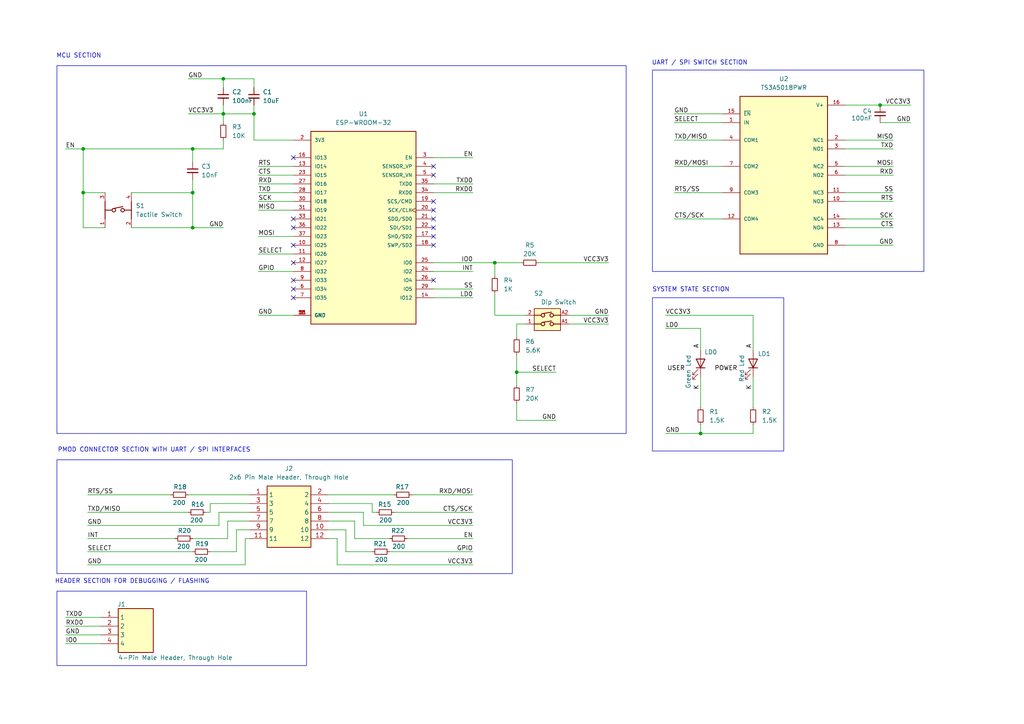
<source format=kicad_sch>
(kicad_sch (version 20231120) (generator "eeschema") (generator_version "8.0")
  (paper "A4")
  (title_block (title "PMOD ESP32 PROJECT SCHEMATIC") (date "2024-11-11") (rev "0.2"))
  (lib_symbols
    (symbol "418121270802:418121270802" (pin_names (offset 1.016))
      (property "Reference" "S" (at 2.54 2.54 0))
      (symbol "418121270802_0_0"
        (rectangle (start -4.445 -2.54) (end 1.905 5.08) (stroke (width 0.2)) (fill (type background)))
        (circle (center -2.54 0) (radius 0.508) (stroke (width 0.254)))
        (circle (center -2.54 2.54) (radius 0.508) (stroke (width 0.254)))
        (polyline (pts (xy -2.54 -2.54) (xy -2.54 -0.535)) (stroke (width 0.254)))
        (polyline (pts (xy -2.54 5.08) (xy -2.54 3.075)) (stroke (width 0.254)))
        (polyline (pts (xy -2.04 -0.03) (xy -1.64 2.47)) (stroke (width 0.254)))
        (polyline (pts (xy 0 -2.54) (xy 0 -0.535)) (stroke (width 0.254)))
        (polyline (pts (xy 0 5.08) (xy 0 3.075)) (stroke (width 0.254)))
        (polyline (pts (xy 0.5 -0.03) (xy 0.9 2.47)) (stroke (width 0.254)))
        (circle (center 0 0) (radius 0.508) (stroke (width 0.254)))
        (circle (center 0 2.54) (radius 0.508) (stroke (width 0.254)))
        (pin passive line (at -2.54 -5.08 90) (length 2.54) (name "~") (number "1"))
        (pin passive line (at 0 -5.08 90) (length 2.54) (name "~") (number "2"))
        (pin passive line (at -2.54 7.62 270) (length 2.54) (name "~") (number "A1"))
        (pin passive line (at 0 7.62 270) (length 2.54) (name "~") (number "A2"))
      )
    )
    (symbol "430182050816:430182050816" (pin_names (offset 1.016))
      (property "Reference" "S" (at 0 5.842 0))
      (symbol "430182050816_0_0"
        (polyline (pts (xy 0 -2.54) (xy -2.54 -2.54)) (stroke (width 0.254)))
        (polyline (pts (xy 0 -2.54) (xy 0 -0.635)) (stroke (width 0.254)))
        (polyline (pts (xy 0 3.175) (xy 0 5.08)) (stroke (width 0.254)))
        (polyline (pts (xy 0 5.08) (xy -2.54 5.08)) (stroke (width 0.254)))
        (polyline (pts (xy 0.47 2.74) (xy 1.04 -0.07)) (stroke (width 0.254)))
        (polyline (pts (xy 2.54 -2.54) (xy 0 -2.54)) (stroke (width 0.254)))
        (polyline (pts (xy 2.54 5.08) (xy 0 5.08)) (stroke (width 0.254)))
        (circle (center 0 0) (radius 0.508) (stroke (width 0.254)))
        (circle (center 0 2.54) (radius 0.508) (stroke (width 0.254)))
        (pin passive line (at -5.08 5.08 0) (length 2.54) (name "~") (number "1"))
        (pin passive line (at -5.08 -2.54 0) (length 2.54) (name "~") (number "2"))
        (pin passive line (at 5.08 5.08 180) (length 2.54) (name "~") (number "3"))
        (pin passive line (at 5.08 -2.54 180) (length 2.54) (name "~") (number "4"))
      )
    )
    (symbol "68001-204HLF:68001-204HLF"
      (property "Reference" "J" (at 16.51 7.62 0))
      (property "Value" "68001-204HLF" (at 16.51 5.08 0))
      (symbol "68001-204HLF_1_1"
        (rectangle (start 5.08 2.54) (end 15.24 -10.16) (stroke (width 0.254)) (fill (type background)))
        (pin passive line (at 0 0 0) (length 5.08) (name "1") (number "1"))
        (pin passive line (at 0 -2.54 0) (length 5.08) (name "2") (number "2"))
        (pin passive line (at 0 -5.08 0) (length 5.08) (name "3") (number "3"))
        (pin passive line (at 0 -7.62 0) (length 5.08) (name "4") (number "4"))
      )
    )
    (symbol "Device:C_Small" (pin_numbers hide) (pin_names (offset 0.254) hide)
      (property "Reference" "C" (at 0.254 1.778 0))
      (property "Value" "C_Small" (at 0.254 -2.032 0))
      (symbol "C_Small_0_1"
        (polyline (pts (xy -1.524 -0.508) (xy 1.524 -0.508)) (stroke (width 0.3302)))
        (polyline (pts (xy -1.524 0.508) (xy 1.524 0.508)) (stroke (width 0.3048)))
      )
      (symbol "C_Small_1_1"
        (pin passive line (at 0 2.54 270) (length 2.032) (name "~") (number "1"))
        (pin passive line (at 0 -2.54 90) (length 2.032) (name "~") (number "2"))
      )
    )
    (symbol "Device:LED" (pin_numbers hide) (pin_names (offset 1.016) hide)
      (property "Reference" "D" (at 0 2.54 0))
      (property "Value" "LED" (at 0 -2.54 0))
      (symbol "LED_0_1"
        (polyline (pts (xy -1.27 -1.27) (xy -1.27 1.27)) (stroke (width 0.254)))
        (polyline (pts (xy -1.27 0) (xy 1.27 0)))
        (polyline (pts (xy 1.27 -1.27) (xy 1.27 1.27) (xy -1.27 0) (xy 1.27 -1.27)) (stroke (width 0.254)))
        (polyline (pts (xy -3.048 -0.762) (xy -4.572 -2.286) (xy -3.81 -2.286) (xy -4.572 -2.286) (xy -4.572 -1.524)))
        (polyline (pts (xy -1.778 -0.762) (xy -3.302 -2.286) (xy -2.54 -2.286) (xy -3.302 -2.286) (xy -3.302 -1.524)))
      )
      (symbol "LED_1_1"
        (pin passive line (at -3.81 0 0) (length 2.54) (name "K") (number "1"))
        (pin passive line (at 3.81 0 180) (length 2.54) (name "A") (number "2"))
      )
    )
    (symbol "Device:R_Small" (pin_numbers hide) (pin_names (offset 0.254) hide)
      (property "Reference" "R" (at 0.762 0.508 0))
      (property "Value" "R_Small" (at 0.762 -1.016 0))
      (symbol "R_Small_0_1"
        (rectangle (start -0.762 1.778) (end 0.762 -1.778) (stroke (width 0.2032)))
      )
      (symbol "R_Small_1_1"
        (pin passive line (at 0 2.54 270) (length 0.762) (name "~") (number "1"))
        (pin passive line (at 0 -2.54 90) (length 0.762) (name "~") (number "2"))
      )
    )
    (symbol "ESP-WROOM-32:ESP-WROOM-32" (pin_names (offset 1.016))
      (property "Reference" "U" (at -15.2699 28.5037 0))
      (property "Value" "ESP-WROOM-32" (at -15.2772 -31.0638 0))
      (symbol "ESP-WROOM-32_0_0"
        (rectangle (start -15.24 -27.94) (end 15.24 27.94) (stroke (width 0.254)) (fill (type background)))
        (pin power_in line (at 20.32 -25.4 180) (length 5.08) (name "GND") (number "1"))
        (pin power_in line (at 20.32 -25.4 180) (length 5.08) (name "GND") (number "1.1"))
        (pin bidirectional line (at 20.32 -5.08 180) (length 5.08) (name "IO25") (number "10"))
        (pin bidirectional line (at 20.32 -7.62 180) (length 5.08) (name "IO26") (number "11"))
        (pin bidirectional line (at 20.32 -10.16 180) (length 5.08) (name "IO27") (number "12"))
        (pin bidirectional line (at 20.32 17.78 180) (length 5.08) (name "IO14") (number "13"))
        (pin bidirectional line (at -20.32 -20.32 0) (length 5.08) (name "IO12") (number "14"))
        (pin power_in line (at 20.32 -25.4 180) (length 5.08) (name "GND") (number "15"))
        (pin bidirectional line (at 20.32 20.32 180) (length 5.08) (name "IO13") (number "16"))
        (pin bidirectional line (at -20.32 -2.54 0) (length 5.08) (name "SHD/SD2") (number "17"))
        (pin bidirectional line (at -20.32 -5.08 0) (length 5.08) (name "SWP/SD3") (number "18"))
        (pin bidirectional line (at -20.32 7.62 0) (length 5.08) (name "SCS/CMD") (number "19"))
        (pin power_in line (at 20.32 25.4 180) (length 5.08) (name "3V3") (number "2"))
        (pin bidirectional clock (at -20.32 5.08 0) (length 5.08) (name "SCK/CLK") (number "20"))
        (pin bidirectional line (at -20.32 2.54 0) (length 5.08) (name "SDO/SD0") (number "21"))
        (pin bidirectional line (at -20.32 0 0) (length 5.08) (name "SDI/SD1") (number "22"))
        (pin bidirectional line (at 20.32 15.24 180) (length 5.08) (name "IO15") (number "23"))
        (pin bidirectional line (at -20.32 -12.7 0) (length 5.08) (name "IO2") (number "24"))
        (pin bidirectional line (at -20.32 -10.16 0) (length 5.08) (name "IO0") (number "25"))
        (pin bidirectional line (at -20.32 -15.24 0) (length 5.08) (name "IO4") (number "26"))
        (pin bidirectional line (at 20.32 12.7 180) (length 5.08) (name "IO16") (number "27"))
        (pin bidirectional line (at 20.32 10.16 180) (length 5.08) (name "IO17") (number "28"))
        (pin bidirectional line (at -20.32 -17.78 0) (length 5.08) (name "IO5") (number "29"))
        (pin input line (at -20.32 20.32 0) (length 5.08) (name "EN") (number "3"))
        (pin bidirectional line (at 20.32 7.62 180) (length 5.08) (name "IO18") (number "30"))
        (pin bidirectional line (at 20.32 5.08 180) (length 5.08) (name "IO19") (number "31"))
        (pin bidirectional line (at 20.32 2.54 180) (length 5.08) (name "IO21") (number "33"))
        (pin bidirectional line (at -20.32 10.16 0) (length 5.08) (name "RXD0") (number "34"))
        (pin bidirectional line (at -20.32 12.7 0) (length 5.08) (name "TXD0") (number "35"))
        (pin bidirectional line (at 20.32 0 180) (length 5.08) (name "IO22") (number "36"))
        (pin bidirectional line (at 20.32 -2.54 180) (length 5.08) (name "IO23") (number "37"))
        (pin power_in line (at 20.32 -25.4 180) (length 5.08) (name "GND") (number "38"))
        (pin input line (at -20.32 17.78 0) (length 5.08) (name "SENSOR_VP") (number "4"))
        (pin input line (at -20.32 15.24 0) (length 5.08) (name "SENSOR_VN") (number "5"))
        (pin bidirectional line (at 20.32 -17.78 180) (length 5.08) (name "IO34") (number "6"))
        (pin bidirectional line (at 20.32 -20.32 180) (length 5.08) (name "IO35") (number "7"))
        (pin bidirectional line (at 20.32 -12.7 180) (length 5.08) (name "IO32") (number "8"))
        (pin bidirectional line (at 20.32 -15.24 180) (length 5.08) (name "IO33") (number "9"))
      )
    )
    (symbol "M20-9740642:M20-9740642"
      (property "Reference" "J" (at 19.05 7.62 0))
      (property "Value" "M20-9740642" (at 19.05 5.08 0))
      (symbol "M20-9740642_1_1"
        (rectangle (start 5.08 2.54) (end 17.78 -15.24) (stroke (width 0.254)) (fill (type background)))
        (pin passive line (at 0 0 0) (length 5.08) (name "1") (number "1"))
        (pin passive line (at 22.86 -10.16 180) (length 5.08) (name "10") (number "10"))
        (pin passive line (at 0 -12.7 0) (length 5.08) (name "11") (number "11"))
        (pin passive line (at 22.86 -12.7 180) (length 5.08) (name "12") (number "12"))
        (pin passive line (at 22.86 0 180) (length 5.08) (name "2") (number "2"))
        (pin passive line (at 0 -2.54 0) (length 5.08) (name "3") (number "3"))
        (pin passive line (at 22.86 -2.54 180) (length 5.08) (name "4") (number "4"))
        (pin passive line (at 0 -5.08 0) (length 5.08) (name "5") (number "5"))
        (pin passive line (at 22.86 -5.08 180) (length 5.08) (name "6") (number "6"))
        (pin passive line (at 0 -7.62 0) (length 5.08) (name "7") (number "7"))
        (pin passive line (at 22.86 -7.62 180) (length 5.08) (name "8") (number "8"))
        (pin passive line (at 0 -10.16 0) (length 5.08) (name "9") (number "9"))
      )
    )
    (symbol "TS3A5018PWR:TS3A5018PWR" (pin_names (offset 1.016))
      (property "Reference" "U" (at -12.7 23.86 0))
      (property "Value" "TS3A5018PWR" (at -12.7 -25.4 0))
      (symbol "TS3A5018PWR_0_0"
        (rectangle (start -12.7 -22.86) (end 12.7 22.86) (stroke (width 0.254)) (fill (type background)))
        (pin input line (at -17.78 15.24 0) (length 5.08) (name "IN") (number "1"))
        (pin bidirectional line (at 17.78 -7.62 180) (length 5.08) (name "NO3") (number "10"))
        (pin bidirectional line (at 17.78 -5.08 180) (length 5.08) (name "NC3") (number "11"))
        (pin bidirectional line (at -17.78 -12.7 0) (length 5.08) (name "COM4") (number "12"))
        (pin bidirectional line (at 17.78 -15.24 180) (length 5.08) (name "NO4") (number "13"))
        (pin bidirectional line (at 17.78 -12.7 180) (length 5.08) (name "NC4") (number "14"))
        (pin input line (at -17.78 17.78 0) (length 5.08) (name "~{EN}") (number "15"))
        (pin power_in line (at 17.78 20.32 180) (length 5.08) (name "V+") (number "16"))
        (pin bidirectional line (at 17.78 10.16 180) (length 5.08) (name "NC1") (number "2"))
        (pin bidirectional line (at 17.78 7.62 180) (length 5.08) (name "NO1") (number "3"))
        (pin bidirectional line (at -17.78 10.16 0) (length 5.08) (name "COM1") (number "4"))
        (pin bidirectional line (at 17.78 2.54 180) (length 5.08) (name "NC2") (number "5"))
        (pin bidirectional line (at 17.78 0 180) (length 5.08) (name "NO2") (number "6"))
        (pin bidirectional line (at -17.78 2.54 0) (length 5.08) (name "COM2") (number "7"))
        (pin power_in line (at 17.78 -20.32 180) (length 5.08) (name "GND") (number "8"))
        (pin bidirectional line (at -17.78 -5.08 0) (length 5.08) (name "COM3") (number "9"))
      )
    )
  )
  (junction (at 64.77 22.86))
  (junction (at 55.88 55.88))
  (junction (at 255.27 30.48))
  (junction (at 24.13 55.88))
  (junction (at 55.88 43.18))
  (junction (at 203.2 125.73))
  (junction (at 73.66 33.02))
  (junction (at 64.77 33.02))
  (junction (at 55.88 66.04))
  (junction (at 24.13 43.18))
  (junction (at 149.86 107.95))
  (junction (at 143.51 76.2))
  (no_connect (at 85.09 66.04))
  (no_connect (at 125.73 71.12))
  (no_connect (at 125.73 50.8))
  (no_connect (at 85.09 86.36))
  (no_connect (at 85.09 63.5))
  (no_connect (at 125.73 58.42))
  (no_connect (at 125.73 48.26))
  (no_connect (at 125.73 68.58))
  (no_connect (at 125.73 63.5))
  (no_connect (at 125.73 66.04))
  (no_connect (at 125.73 60.96))
  (no_connect (at 85.09 71.12))
  (no_connect (at 125.73 81.28))
  (no_connect (at 85.09 83.82))
  (no_connect (at 85.09 81.28))
  (no_connect (at 85.09 45.72))
  (no_connect (at 85.09 76.2))
  (wire (pts (xy 100.33 160.02) (xy 107.95 160.02)))
  (wire (pts (xy 49.53 143.51) (xy 25.4 143.51)))
  (wire (pts (xy 125.73 55.88) (xy 137.16 55.88)))
  (wire (pts (xy 149.86 107.95) (xy 161.29 107.95)))
  (wire (pts (xy 125.73 45.72) (xy 137.16 45.72)))
  (wire (pts (xy 107.95 148.59) (xy 109.22 148.59)))
  (wire (pts (xy 203.2 95.25) (xy 203.2 101.6)))
  (wire (pts (xy 73.66 40.64) (xy 85.09 40.64)))
  (wire (pts (xy 55.88 43.18) (xy 55.88 46.99)))
  (wire (pts (xy 74.93 58.42) (xy 85.09 58.42)))
  (wire (pts (xy 105.41 148.59) (xy 105.41 152.4)))
  (wire (pts (xy 19.05 184.15) (xy 29.21 184.15)))
  (wire (pts (xy 195.58 33.02) (xy 209.55 33.02)))
  (wire (pts (xy 105.41 152.4) (xy 137.16 152.4)))
  (wire (pts (xy 152.4 93.98) (xy 149.86 93.98)))
  (wire (pts (xy 195.58 35.56) (xy 209.55 35.56)))
  (wire (pts (xy 38.1 66.04) (xy 55.88 66.04)))
  (wire (pts (xy 25.4 152.4) (xy 63.5 152.4)))
  (wire (pts (xy 165.1 91.44) (xy 176.53 91.44)))
  (wire (pts (xy 54.61 148.59) (xy 25.4 148.59)))
  (wire (pts (xy 195.58 40.64) (xy 209.55 40.64)))
  (wire (pts (xy 125.73 78.74) (xy 137.16 78.74)))
  (wire (pts (xy 63.5 148.59) (xy 63.5 152.4)))
  (wire (pts (xy 143.51 91.44) (xy 152.4 91.44)))
  (wire (pts (xy 24.13 66.04) (xy 24.13 55.88)))
  (wire (pts (xy 245.11 40.64) (xy 259.08 40.64)))
  (wire (pts (xy 149.86 107.95) (xy 149.86 111.76)))
  (wire (pts (xy 245.11 50.8) (xy 259.08 50.8)))
  (wire (pts (xy 107.95 146.05) (xy 107.95 148.59)))
  (wire (pts (xy 245.11 71.12) (xy 259.08 71.12)))
  (wire (pts (xy 102.87 156.21) (xy 113.03 156.21)))
  (wire (pts (xy 74.93 91.44) (xy 85.09 91.44)))
  (wire (pts (xy 60.96 160.02) (xy 68.58 160.02)))
  (wire (pts (xy 143.51 76.2) (xy 143.51 80.01)))
  (wire (pts (xy 55.88 52.07) (xy 55.88 55.88)))
  (wire (pts (xy 74.93 53.34) (xy 85.09 53.34)))
  (wire (pts (xy 245.11 55.88) (xy 259.08 55.88)))
  (wire (pts (xy 60.96 148.59) (xy 60.96 146.05)))
  (wire (pts (xy 203.2 109.22) (xy 203.2 118.11)))
  (wire (pts (xy 102.87 151.13) (xy 95.25 151.13)))
  (wire (pts (xy 95.25 148.59) (xy 105.41 148.59)))
  (wire (pts (xy 66.04 151.13) (xy 72.39 151.13)))
  (wire (pts (xy 218.44 125.73) (xy 218.44 123.19)))
  (wire (pts (xy 71.12 156.21) (xy 72.39 156.21)))
  (wire (pts (xy 74.93 55.88) (xy 85.09 55.88)))
  (wire (pts (xy 125.73 76.2) (xy 143.51 76.2)))
  (wire (pts (xy 114.3 148.59) (xy 137.16 148.59)))
  (wire (pts (xy 74.93 48.26) (xy 85.09 48.26)))
  (wire (pts (xy 55.88 43.18) (xy 64.77 43.18)))
  (wire (pts (xy 143.51 76.2) (xy 151.13 76.2)))
  (wire (pts (xy 137.16 156.21) (xy 118.11 156.21)))
  (wire (pts (xy 19.05 181.61) (xy 29.21 181.61)))
  (wire (pts (xy 245.11 58.42) (xy 259.08 58.42)))
  (wire (pts (xy 125.73 53.34) (xy 137.16 53.34)))
  (wire (pts (xy 71.12 156.21) (xy 71.12 163.83)))
  (wire (pts (xy 218.44 91.44) (xy 218.44 101.6)))
  (wire (pts (xy 55.88 66.04) (xy 55.88 55.88)))
  (wire (pts (xy 73.66 30.48) (xy 73.66 33.02)))
  (wire (pts (xy 149.86 102.87) (xy 149.86 107.95)))
  (wire (pts (xy 55.88 156.21) (xy 66.04 156.21)))
  (wire (pts (xy 203.2 125.73) (xy 218.44 125.73)))
  (wire (pts (xy 25.4 156.21) (xy 50.8 156.21)))
  (wire (pts (xy 74.93 60.96) (xy 85.09 60.96)))
  (wire (pts (xy 30.48 66.04) (xy 24.13 66.04)))
  (wire (pts (xy 149.86 93.98) (xy 149.86 97.79)))
  (wire (pts (xy 195.58 55.88) (xy 209.55 55.88)))
  (wire (pts (xy 66.04 156.21) (xy 66.04 151.13)))
  (wire (pts (xy 60.96 146.05) (xy 72.39 146.05)))
  (wire (pts (xy 64.77 25.4) (xy 64.77 22.86)))
  (wire (pts (xy 73.66 22.86) (xy 73.66 25.4)))
  (wire (pts (xy 97.79 156.21) (xy 97.79 163.83)))
  (wire (pts (xy 149.86 121.92) (xy 161.29 121.92)))
  (wire (pts (xy 95.25 146.05) (xy 107.95 146.05)))
  (wire (pts (xy 255.27 35.56) (xy 264.16 35.56)))
  (wire (pts (xy 97.79 163.83) (xy 137.16 163.83)))
  (wire (pts (xy 100.33 153.67) (xy 100.33 160.02)))
  (wire (pts (xy 245.11 63.5) (xy 259.08 63.5)))
  (wire (pts (xy 195.58 48.26) (xy 209.55 48.26)))
  (wire (pts (xy 102.87 156.21) (xy 102.87 151.13)))
  (wire (pts (xy 68.58 160.02) (xy 68.58 153.67)))
  (wire (pts (xy 95.25 153.67) (xy 100.33 153.67)))
  (wire (pts (xy 193.04 95.25) (xy 203.2 95.25)))
  (wire (pts (xy 73.66 33.02) (xy 73.66 40.64)))
  (wire (pts (xy 68.58 153.67) (xy 72.39 153.67)))
  (wire (pts (xy 74.93 78.74) (xy 85.09 78.74)))
  (wire (pts (xy 74.93 50.8) (xy 85.09 50.8)))
  (wire (pts (xy 74.93 73.66) (xy 85.09 73.66)))
  (wire (pts (xy 54.61 22.86) (xy 64.77 22.86)))
  (wire (pts (xy 165.1 93.98) (xy 176.53 93.98)))
  (wire (pts (xy 25.4 160.02) (xy 55.88 160.02)))
  (wire (pts (xy 245.11 30.48) (xy 255.27 30.48)))
  (wire (pts (xy 54.61 143.51) (xy 72.39 143.51)))
  (wire (pts (xy 19.05 179.07) (xy 29.21 179.07)))
  (wire (pts (xy 193.04 91.44) (xy 218.44 91.44)))
  (wire (pts (xy 64.77 33.02) (xy 73.66 33.02)))
  (wire (pts (xy 38.1 55.88) (xy 55.88 55.88)))
  (wire (pts (xy 64.77 30.48) (xy 64.77 33.02)))
  (wire (pts (xy 195.58 63.5) (xy 209.55 63.5)))
  (wire (pts (xy 143.51 85.09) (xy 143.51 91.44)))
  (wire (pts (xy 19.05 186.69) (xy 29.21 186.69)))
  (wire (pts (xy 156.21 76.2) (xy 176.53 76.2)))
  (wire (pts (xy 255.27 30.48) (xy 264.16 30.48)))
  (wire (pts (xy 245.11 48.26) (xy 259.08 48.26)))
  (wire (pts (xy 218.44 109.22) (xy 218.44 118.11)))
  (wire (pts (xy 64.77 22.86) (xy 73.66 22.86)))
  (wire (pts (xy 74.93 68.58) (xy 85.09 68.58)))
  (wire (pts (xy 125.73 86.36) (xy 137.16 86.36)))
  (wire (pts (xy 72.39 148.59) (xy 63.5 148.59)))
  (wire (pts (xy 125.73 83.82) (xy 137.16 83.82)))
  (wire (pts (xy 24.13 55.88) (xy 30.48 55.88)))
  (wire (pts (xy 95.25 143.51) (xy 114.3 143.51)))
  (wire (pts (xy 60.96 148.59) (xy 59.69 148.59)))
  (wire (pts (xy 119.38 143.51) (xy 137.16 143.51)))
  (wire (pts (xy 64.77 43.18) (xy 64.77 40.64)))
  (wire (pts (xy 24.13 55.88) (xy 24.13 43.18)))
  (wire (pts (xy 149.86 116.84) (xy 149.86 121.92)))
  (wire (pts (xy 24.13 43.18) (xy 55.88 43.18)))
  (wire (pts (xy 203.2 123.19) (xy 203.2 125.73)))
  (wire (pts (xy 19.05 43.18) (xy 24.13 43.18)))
  (wire (pts (xy 54.61 33.02) (xy 64.77 33.02)))
  (wire (pts (xy 245.11 43.18) (xy 259.08 43.18)))
  (wire (pts (xy 137.16 160.02) (xy 113.03 160.02)))
  (wire (pts (xy 64.77 33.02) (xy 64.77 35.56)))
  (wire (pts (xy 71.12 163.83) (xy 25.4 163.83)))
  (wire (pts (xy 55.88 66.04) (xy 64.77 66.04)))
  (wire (pts (xy 245.11 66.04) (xy 259.08 66.04)))
  (wire (pts (xy 193.04 125.73) (xy 203.2 125.73)))
  (wire (pts (xy 95.25 156.21) (xy 97.79 156.21)))
  (rectangle (start 189.23 20.32) (end 267.97 78.74))
  (rectangle (start 189.23 86.36) (end 227.33 130.81))
  (rectangle (start 16.51 171.45) (end 88.9 193.04))
  (rectangle (start 16.51 19.05) (end 181.61 125.73))
  (rectangle (start 16.51 133.35) (end 148.59 166.37))
  (text "POWER\n" (at 210.566 106.934 0) (effects (font (size 1.27 1.27))))
  (text "PMOD CONNECTOR SECTION WITH UART / SPI INTERFACES" (at 44.704 130.556 0) (effects (font (size 1.27 1.27))))
  (text "SYSTEM STATE SECTION" (at 200.406 84.074 0) (effects (font (size 1.27 1.27))))
  (text "UART / SPI SWITCH SECTION" (at 202.946 18.288 0) (effects (font (size 1.27 1.27))))
  (text "USER" (at 196.088 106.934 0) (effects (font (size 1.27 1.27))))
  (text "K\n" (at 201.93 112.522 90) (effects (font (size 1.27 1.27))))
  (text "A" (at 217.17 100.584 90) (effects (font (size 1.27 1.27))))
  (text "HEADER SECTION FOR DEBUGGING / FLASHING" (at 38.354 168.656 0) (effects (font (size 1.27 1.27))))
  (text "A" (at 201.93 100.584 90) (effects (font (size 1.27 1.27))))
  (text "MCU SECTION" (at 22.86 16.256 0) (effects (font (size 1.27 1.27))))
  (text "K\n" (at 217.17 112.522 90) (effects (font (size 1.27 1.27))))
  (label "GND" (at 176.53 91.44 180))
  (label "RXD0" (at 19.05 181.61 0))
  (label "TXD{slash}MISO" (at 195.58 40.64 0))
  (label "GPIO" (at 137.16 160.02 180))
  (label "CTS{slash}SCK" (at 137.16 148.59 180))
  (label "GND" (at 25.4 163.83 0))
  (label "SELECT" (at 195.58 35.56 0))
  (label "GND" (at 195.58 33.02 0))
  (label "RXD0" (at 137.16 55.88 180))
  (label "IO0" (at 137.16 76.2 180))
  (label "VCC3V3" (at 193.04 91.44 0))
  (label "MOSI" (at 74.93 68.58 0))
  (label "RTS{slash}SS" (at 25.4 143.51 0))
  (label "SS" (at 137.16 83.82 180))
  (label "SS" (at 259.08 55.88 180))
  (label "GPIO" (at 74.93 78.74 0))
  (label "RTS" (at 74.93 48.26 0))
  (label "GND" (at 54.61 22.86 0))
  (label "GND" (at 259.08 71.12 180))
  (label "VCC3V3" (at 137.16 152.4 180))
  (label "INT" (at 25.4 156.21 0))
  (label "GND" (at 264.16 35.56 180))
  (label "CTS{slash}SCK" (at 195.58 63.5 0))
  (label "INT" (at 137.16 78.74 180))
  (label "SELECT" (at 25.4 160.02 0))
  (label "TXD" (at 259.08 43.18 180))
  (label "RXD{slash}MOSI" (at 137.16 143.51 180))
  (label "SELECT" (at 161.29 107.95 180))
  (label "RTS" (at 259.08 58.42 180))
  (label "GND" (at 161.29 121.92 180))
  (label "TXD0" (at 137.16 53.34 180))
  (label "GND" (at 25.4 152.4 0))
  (label "TXD" (at 74.93 55.88 0))
  (label "EN" (at 19.05 43.18 0))
  (label "EN" (at 137.16 45.72 180))
  (label "VCC3V3" (at 176.53 93.98 180))
  (label "RXD" (at 74.93 53.34 0))
  (label "CTS" (at 259.08 66.04 180))
  (label "GND" (at 193.04 125.73 0))
  (label "MISO" (at 259.08 40.64 180))
  (label "EN" (at 137.16 156.21 180))
  (label "RXD" (at 259.08 50.8 180))
  (label "CTS" (at 74.93 50.8 0))
  (label "SELECT" (at 74.93 73.66 0))
  (label "LD0" (at 137.16 86.36 180))
  (label "VCC3V3" (at 176.53 76.2 180))
  (label "LD0" (at 193.04 95.25 0))
  (label "GND" (at 19.05 184.15 0))
  (label "MISO" (at 74.93 60.96 0))
  (label "VCC3V3" (at 137.16 163.83 180))
  (label "GND" (at 64.77 66.04 180))
  (label "GND" (at 74.93 91.44 0))
  (label "RXD{slash}MOSI" (at 195.58 48.26 0))
  (label "IO0" (at 19.05 186.69 0))
  (label "VCC3V3" (at 264.16 30.48 180))
  (label "RTS{slash}SS" (at 195.58 55.88 0))
  (label "VCC3V3" (at 54.61 33.02 0))
  (label "SCK" (at 74.93 58.42 0))
  (label "SCK" (at 259.08 63.5 180))
  (label "MOSI" (at 259.08 48.26 180))
  (label "TXD{slash}MISO" (at 25.4 148.59 0))
  (label "TXD0" (at 19.05 179.07 0))
  (symbol (lib_id "Device:LED") (at 203.2 105.41 270) (mirror x) (unit 1)
    (property "Reference" "LD0" (at 208.026 102.108 90) (effects (justify right)))
    (property "Value" "Green Led" (at 199.644 102.87 0) (effects (justify right)))
    (property "Footprint" "LED_SMD:LED_1206_3216Metric_Pad1.42x1.75mm_HandSolder" (effects (hide yes)))
    (property "Datasheet" "https://pdf.direnc.net/upload/dstk6802-datasheet.pdf" (effects (hide yes)))
    (property "Description" "Light emitting diode (green led)" (effects (hide yes)))
    (property "MANUFACTURER" "Honglitronic" (effects (hide yes)))
    (property "PACKAGE" "1206" (effects (hide yes)))
    (property "Price" "0.81 TL" (effects (hide yes)))
  )
  (symbol (lib_id "Device:R_Small") (at 53.34 156.21 270) (mirror x) (unit 1)
    (property "Reference" "R20" (at 51.562 153.924 90) (effects (justify left)))
    (property "Value" "200" (at 51.308 158.496 90) (effects (justify left)))
    (property "Footprint" "Resistor_SMD:R_0603_1608Metric_Pad0.98x0.95mm_HandSolder" (effects (hide yes)))
    (property "Datasheet" "https://cdn.ozdisan.com/ETicaret_Dosya/399380_9872459.pdf" (effects (hide yes)))
    (property "Description" "200 Ohm Resistor" (effects (hide yes)))
    (property "MANUFACTURER" "ROYALOHM" (effects (hide yes)))
    (property "PACKAGE" "0603" (effects (hide yes)))
    (property "Price" "0.05 TL" (effects (hide yes)))
  )
  (symbol (lib_id "Device:R_Small") (at 58.42 160.02 270) (mirror x) (unit 1)
    (property "Reference" "R19" (at 56.642 157.734 90) (effects (justify left)))
    (property "Value" "200" (at 56.388 162.306 90) (effects (justify left)))
    (property "Footprint" "Resistor_SMD:R_0603_1608Metric_Pad0.98x0.95mm_HandSolder" (effects (hide yes)))
    (property "Datasheet" "https://cdn.ozdisan.com/ETicaret_Dosya/399380_9872459.pdf" (effects (hide yes)))
    (property "Description" "200 Ohm Resistor" (effects (hide yes)))
    (property "MANUFACTURER" "ROYALOHM" (effects (hide yes)))
    (property "PACKAGE" "0603" (effects (hide yes)))
    (property "Price" "0.05 TL" (effects (hide yes)))
  )
  (symbol (lib_id "Device:R_Small") (at 64.77 38.1 0) (unit 1)
    (property "Reference" "R3" (at 67.31 36.8299 0) (effects (justify left)))
    (property "Value" "10K" (at 67.31 39.3699 0) (effects (justify left)))
    (property "Footprint" "Resistor_SMD:R_0603_1608Metric_Pad0.98x0.95mm_HandSolder" (effects (hide yes)))
    (property "Datasheet" "https://cdn.ozdisan.com/ETicaret_Dosya/399380_9872459.pdf" (effects (hide yes)))
    (property "Description" "10K Resistor" (effects (hide yes)))
    (property "MANUFACTURER" "ROYALOHM" (effects (hide yes)))
    (property "PACKAGE" "0603" (effects (hide yes)))
    (property "Price" "0.06 TL" (effects (hide yes)))
  )
  (symbol (lib_id "Device:R_Small") (at 52.07 143.51 270) (mirror x) (unit 1)
    (property "Reference" "R18" (at 50.292 141.224 90) (effects (justify left)))
    (property "Value" "200" (at 50.038 145.796 90) (effects (justify left)))
    (property "Footprint" "Resistor_SMD:R_0603_1608Metric_Pad0.98x0.95mm_HandSolder" (effects (hide yes)))
    (property "Datasheet" "https://cdn.ozdisan.com/ETicaret_Dosya/399380_9872459.pdf" (effects (hide yes)))
    (property "Description" "200 Ohm Resistor" (effects (hide yes)))
    (property "MANUFACTURER" "ROYALOHM" (effects (hide yes)))
    (property "PACKAGE" "0603" (effects (hide yes)))
    (property "Price" "0.05 TL" (effects (hide yes)))
  )
  (symbol (lib_id "Device:C_Small") (at 64.77 27.94 0) (unit 1)
    (property "Reference" "C2" (at 67.31 26.6762 0) (effects (justify left)))
    (property "Value" "100nF" (at 67.31 29.2162 0) (effects (justify left)))
    (property "Footprint" "Capacitor_SMD:C_0603_1608Metric_Pad1.08x0.95mm_HandSolder" (effects (hide yes)))
    (property "Datasheet" "https://www.mouser.com.tr/datasheet/2/585/MLCC-1837944.pdf" (effects (hide yes)))
    (property "Description" "Unpolarized capacitor, small symbol" (effects (hide yes)))
    (property "MANUFACTURER" "Samsung" (effects (hide yes)))
    (property "PACKAGE" "0603" (effects (hide yes)))
    (property "Price" "0.21 TL" (effects (hide yes)))
  )
  (symbol (lib_id "Device:C_Small") (at 73.66 27.94 0) (unit 1)
    (property "Reference" "C1" (at 76.2 26.6762 0) (effects (justify left)))
    (property "Value" "10uF" (at 76.2 29.2162 0) (effects (justify left)))
    (property "Footprint" "Capacitor_SMD:C_0603_1608Metric_Pad1.08x0.95mm_HandSolder" (effects (hide yes)))
    (property "Datasheet" "https://cdn.ozdisan.com/ETicaret_Dosya/1078246_1413433342..pdf" (effects (hide yes)))
    (property "Description" "Unpolarized capacitor, small symbol" (effects (hide yes)))
    (property "MANUFACTURER" "Viking" (effects (hide yes)))
    (property "PACKAGE" "0603" (effects (hide yes)))
    (property "Price" "0.23 TL" (effects (hide yes)))
  )
  (symbol (lib_id "Device:R_Small") (at 149.86 100.33 0) (unit 1)
    (property "Reference" "R6" (at 152.4 99.0599 0) (effects (justify left)))
    (property "Value" "5.6K" (at 152.4 101.5999 0) (effects (justify left)))
    (property "Footprint" "Resistor_SMD:R_0603_1608Metric_Pad0.98x0.95mm_HandSolder" (effects (hide yes)))
    (property "Datasheet" "https://cdn.ozdisan.com/ETicaret_Dosya/399380_9872459.pdf" (effects (hide yes)))
    (property "Description" "5.6K Resistor" (effects (hide yes)))
    (property "MANUFACTURER" "ROYALOHM" (effects (hide yes)))
    (property "PACKAGE" "0603" (effects (hide yes)))
    (property "Price" "0.00032 TL" (effects (hide yes)))
  )
  (symbol (lib_id "TS3A5018PWR:TS3A5018PWR") (at 227.33 50.8 0) (unit 1)
    (property "Reference" "U2" (at 227.33 22.86 0))
    (property "Value" "TS3A5018PWR" (at 227.33 25.4 0))
    (property "Footprint" "TS3A5018PWR:SOP65P640X120-16N" (effects (hide yes)))
    (property "MF" "Texas Instruments" (effects (hide yes)))
    (property "MAXIMUM_PACKAGE_HEIGHT" "1.2 mm" (effects (hide yes)))
    (property "Package" "TSSOP-16 Texas Instruments" (effects (hide yes)))
    (property "Price" "None" (effects (hide yes)))
    (property "Check_prices" "https://www.snapeda.com/parts/TS3A5018PWR/Texas+Instruments/view-part/?ref=eda" (effects (hide yes)))
    (property "STANDARD" "Manufacturer Recommendations" (effects (hide yes)))
    (property "PARTREV" "H" (effects (hide yes)))
    (property "SnapEDA_Link" "https://www.snapeda.com/parts/TS3A5018PWR/Texas+Instruments/view-part/?ref=snap" (effects (hide yes)))
    (property "MP" "TS3A5018PWR" (effects (hide yes)))
    (property "Description_1" "\n                        \n                            3.3-V, 2:1 (SPDT), 4-channel general-purpose analog switch\n                        \n" (effects (hide yes)))
    (property "MANUFACTURER" "Texas Instruments" (effects (hide yes)))
    (property "Availability" "In Stock" (effects (hide yes)))
    (property "SNAPEDA_PN" "TS3A5018PWR" (effects (hide yes)))
  )
  (symbol (lib_id "Device:R_Small") (at 153.67 76.2 90) (unit 1)
    (property "Reference" "R5" (at 153.67 71.12 90))
    (property "Value" "20K" (at 153.67 73.66 90))
    (property "Footprint" "Resistor_SMD:R_0603_1608Metric_Pad0.98x0.95mm_HandSolder" (effects (hide yes)))
    (property "Datasheet" "https://cdn.ozdisan.com/ETicaret_Dosya/399380_9872459.pdf" (effects (hide yes)))
    (property "Description" "20K Resistor" (effects (hide yes)))
    (property "MANUFACTURER" "ROYALOHM" (effects (hide yes)))
    (property "PACKAGE" "0603" (effects (hide yes)))
    (property "Price" "0.06 TL" (effects (hide yes)))
  )
  (symbol (lib_id "Device:R_Small") (at 149.86 114.3 0) (unit 1)
    (property "Reference" "R7" (at 152.4 113.0299 0) (effects (justify left)))
    (property "Value" "20K" (at 152.4 115.5699 0) (effects (justify left)))
    (property "Footprint" "Resistor_SMD:R_0603_1608Metric_Pad0.98x0.95mm_HandSolder" (effects (hide yes)))
    (property "Datasheet" "https://cdn.ozdisan.com/ETicaret_Dosya/399380_9872459.pdf" (effects (hide yes)))
    (property "Description" "20K Resistor" (effects (hide yes)))
    (property "MANUFACTURER" "ROYALOHM" (effects (hide yes)))
    (property "PACKAGE" "0603" (effects (hide yes)))
    (property "Price" "0.06 TL" (effects (hide yes)))
  )
  (symbol (lib_id "M20-9740642:M20-9740642") (at 72.39 143.51 0) (unit 1)
    (property "Reference" "J2" (at 83.82 135.89 0))
    (property "Value" "2x6 Pin Male Header, Through Hole" (at 83.82 138.43 0))
    (property "Footprint" "M209740642" (effects (hide yes)))
    (property "Datasheet" "https://cdn.harwin.com/pdfs/M20-974.pdf" (effects (hide yes)))
    (property "Description" "2.54mm (0.1\") Pitch DIL Horizontal Throughboard Pin Header, 5.8mm mating pin height, selective gold + tin, 6+6 contacts" (effects (hide yes)))
    (property "Height" "5.28" (effects (hide yes)))
    (property "Manufacturer_Name" "Harwin" (effects (hide yes)))
    (property "Manufacturer_Part_Number" "M20-9740642" (effects (hide yes)))
    (property "Mouser Part Number" "855-M20-9740642" (effects (hide yes)))
    (property "Mouser Price/Stock" "https://www.mouser.co.uk/ProductDetail/Harwin/M20-9740642?qs=ulE8k0yEMYbl5ooJFe5urw%3D%3D" (effects (hide yes)))
    (property "MANUFACTURER" "Connfly" (effects (hide yes)))
    (property "PACKAGE" "2x6 Pin Header, 2.54mm, Male " (effects (hide yes)))
    (property "Price" "5.99 TL" (effects (hide yes)))
  )
  (symbol (lib_id "Device:C_Small") (at 255.27 33.02 0) (unit 1)
    (property "Reference" "C4" (at 250.19 32.258 0) (effects (justify left)))
    (property "Value" "100nF" (at 246.888 34.29 0) (effects (justify left)))
    (property "Footprint" "Capacitor_SMD:C_0603_1608Metric_Pad1.08x0.95mm_HandSolder" (effects (hide yes)))
    (property "Description" "Unpolarized capacitor, small symbol" (effects (hide yes)))
  )
  (symbol (lib_id "Device:R_Small") (at 218.44 120.65 0) (unit 1)
    (property "Reference" "R2" (at 220.98 119.3799 0) (effects (justify left)))
    (property "Value" "1.5K" (at 220.98 121.9199 0) (effects (justify left)))
    (property "Footprint" "Resistor_SMD:R_0603_1608Metric_Pad0.98x0.95mm_HandSolder" (effects (hide yes)))
    (property "Datasheet" "https://cdn.ozdisan.com/ETicaret_Dosya/399380_9872459.pdf" (effects (hide yes)))
    (property "Description" "1.5K Resistor" (effects (hide yes)))
    (property "MANUFACTURER" "ROYALOHM" (effects (hide yes)))
    (property "PACKAGE" "0603" (effects (hide yes)))
    (property "Price" "0.00032 TL" (effects (hide yes)))
  )
  (symbol (lib_id "Device:R_Small") (at 143.51 82.55 0) (unit 1)
    (property "Reference" "R4" (at 146.05 81.2799 0) (effects (justify left)))
    (property "Value" "1K" (at 146.05 83.8199 0) (effects (justify left)))
    (property "Footprint" "Resistor_SMD:R_0603_1608Metric_Pad0.98x0.95mm_HandSolder" (effects (hide yes)))
    (property "Datasheet" "https://cdn.ozdisan.com/ETicaret_Dosya/399380_9872459.pdf" (effects (hide yes)))
    (property "Description" "1K Resistor" (effects (hide yes)))
    (property "MANUFACTURER" "ROYALOHM" (effects (hide yes)))
    (property "PACKAGE" "0603" (effects (hide yes)))
    (property "Price" "0.06 TL" (effects (hide yes)))
  )
  (symbol (lib_id "Device:R_Small") (at 111.76 148.59 90) (unit 1)
    (property "Reference" "R15" (at 113.538 146.304 90) (effects (justify left)))
    (property "Value" "200" (at 113.792 150.876 90) (effects (justify left)))
    (property "Footprint" "Resistor_SMD:R_0603_1608Metric_Pad0.98x0.95mm_HandSolder" (effects (hide yes)))
    (property "Datasheet" "https://cdn.ozdisan.com/ETicaret_Dosya/399380_9872459.pdf" (effects (hide yes)))
    (property "Description" "200 Ohm Resistor" (effects (hide yes)))
    (property "MANUFACTURER" "ROYALOHM" (effects (hide yes)))
    (property "PACKAGE" "0603" (effects (hide yes)))
    (property "Price" "0.05 TL" (effects (hide yes)))
  )
  (symbol (lib_id "Device:LED") (at 218.44 105.41 270) (mirror x) (unit 1)
    (property "Reference" "LD1" (at 223.52 102.616 90) (effects (justify right)))
    (property "Value" "Red Led" (at 215.138 102.87 0) (effects (justify right)))
    (property "Footprint" "LED_SMD:LED_1206_3216Metric_Pad1.42x1.75mm_HandSolder" (effects (hide yes)))
    (property "Datasheet" "https://pdf.direnc.net/upload/dstk6799-datasheet.pdf" (effects (hide yes)))
    (property "Description" "Light emitting diode (red led)" (effects (hide yes)))
    (property "MANUFACTURER" "Honglitronic" (effects (hide yes)))
    (property "PACKAGE" "1206" (effects (hide yes)))
    (property "Price" "0.94 TL" (effects (hide yes)))
  )
  (symbol (lib_id "Device:R_Small") (at 116.84 143.51 90) (unit 1)
    (property "Reference" "R17" (at 118.618 141.224 90) (effects (justify left)))
    (property "Value" "200" (at 118.872 145.796 90) (effects (justify left)))
    (property "Footprint" "Resistor_SMD:R_0603_1608Metric_Pad0.98x0.95mm_HandSolder" (effects (hide yes)))
    (property "Datasheet" "https://cdn.ozdisan.com/ETicaret_Dosya/399380_9872459.pdf" (effects (hide yes)))
    (property "Description" "200 Ohm Resistor" (effects (hide yes)))
    (property "MANUFACTURER" "ROYALOHM" (effects (hide yes)))
    (property "PACKAGE" "0603" (effects (hide yes)))
    (property "Price" "0.05 TL" (effects (hide yes)))
  )
  (symbol (lib_id "ESP-WROOM-32:ESP-WROOM-32") (at 105.41 66.04 0) (mirror y) (unit 1)
    (property "Reference" "U1" (at 105.41 33.02 0))
    (property "Value" "ESP-WROOM-32" (at 105.41 35.56 0))
    (property "Footprint" "ESP-WROOM-32:MODULE_ESP-WROOM-32" (effects (hide yes)))
    (property "Datasheet" "https://www.mouser.com/datasheet/2/891/esp-wroom-32_datasheet_en-1223836.pdf" (effects (hide yes)))
    (property "Description" "ESP-WROOM-32 4Mbit Flash WiFi ve Bluetooth Modül" (effects (hide yes)))
    (property "MF" "Espressif Systems" (effects (hide yes)))
    (property "DESCRIPTION" "Module: combo; GPIO, I2C x2, I2S x2, SDIO, SPI x3, UART x3; 19.5dBm" (effects (hide yes)))
    (property "PACKAGE" "Module Espressif Systems" (effects (hide yes)))
    (property "PRICE" "4.57 USD" (effects (hide yes)))
    (property "Package" "Module Espressif Systems" (effects (hide yes)))
    (property "Check_prices" "https://www.snapeda.com/parts/ESP-WROOM-32/Espressif+Systems/view-part/?ref=eda" (effects (hide yes)))
    (property "Price" "None" (effects (hide yes)))
    (property "SnapEDA_Link" "https://www.snapeda.com/parts/ESP-WROOM-32/Espressif+Systems/view-part/?ref=snap" (effects (hide yes)))
    (property "MP" "ESP-WROOM-32" (effects (hide yes)))
    (property "Availability" "Not in stock" (effects (hide yes)))
    (property "AVAILABILITY" "Warning" (effects (hide yes)))
    (property "Description_1" "\n                        \n                            ESP-WROOM-32 series Transceiver; 802.11 b/g/n (Wi-Fi, WiFi, WLAN), Bluetooth® Smart 4.x Low Energy (BLE) Evaluation Board\n                        \n" (effects (hide yes)))
    (property "MANUFACTURER" "Espressif Systems" (effects (hide yes)))
  )
  (symbol (lib_id "Device:R_Small") (at 57.15 148.59 270) (mirror x) (unit 1)
    (property "Reference" "R16" (at 55.372 146.304 90) (effects (justify left)))
    (property "Value" "200" (at 55.118 150.876 90) (effects (justify left)))
    (property "Footprint" "Resistor_SMD:R_0603_1608Metric_Pad0.98x0.95mm_HandSolder" (effects (hide yes)))
    (property "Datasheet" "https://cdn.ozdisan.com/ETicaret_Dosya/399380_9872459.pdf" (effects (hide yes)))
    (property "Description" "200 Ohm Resistor" (effects (hide yes)))
    (property "MANUFACTURER" "ROYALOHM" (effects (hide yes)))
    (property "PACKAGE" "0603" (effects (hide yes)))
    (property "Price" "0.05 TL" (effects (hide yes)))
  )
  (symbol (lib_id "418121270802:418121270802") (at 157.48 91.44 270) (mirror x) (unit 1)
    (property "Reference" "S2" (at 156.21 85.09 90))
    (property "Value" "Dip Switch" (at 162.052 87.63 90))
    (property "Footprint" "418121270802:418121270802" (effects (hide yes)))
    (property "Datasheet" "https://cdn.ozdisan.com/ETicaret_Dosya/649724_1913908935..pdf" (effects (hide yes)))
    (property "Description" "SWITCH DIP 2 WAY BLACK SMT V/T" (effects (hide yes)))
    (property "MF" "Würth Elektronik" (effects (hide yes)))
    (property "Description_1" "\n                        \n                            Dip Switch SPST 2 Position Surface Mount Slide (Standard) Actuator 25mA 24VDC\n                        \n" (effects (hide yes)))
    (property "Package" "None" (effects (hide yes)))
    (property "MOUNT" "SMT" (effects (hide yes)))
    (property "VALUE" "418121270802" (effects (hide yes)))
    (property "Availability" "In Stock" (effects (hide yes)))
    (property "VAPORPHASE-PROCESS" "not specified" (effects (hide yes)))
    (property "LENGTH" "6.02mm" (effects (hide yes)))
    (property "SnapEDA_Link" "https://www.snapeda.com/parts/418121270802/Wurth+Elektronik/view-part/?ref=snap" (effects (hide yes)))
    (property "POLES" "2" (effects (hide yes)))
    (property "MP" "418121270802" (effects (hide yes)))
    (property "PITCH" "2.54mm" (effects (hide yes)))
    (property "PART-NUMBER" "418121270802" (effects (hide yes)))
    (property "DATASHEET-URL" "https://www.we-online.com/redexpert/spec/418121270802?ae" (effects (hide yes)))
    (property "Price" "65.07 TL" (effects (hide yes)))
    (property "Check_prices" "https://www.snapeda.com/parts/418121270802/Wurth+Elektronik/view-part/?ref=eda" (effects (hide yes)))
    (property "MANUFACTURER" "Würth" (effects (hide yes)))
  )
  (symbol (lib_id "Device:R_Small") (at 203.2 120.65 0) (unit 1)
    (property "Reference" "R1" (at 205.74 119.3799 0) (effects (justify left)))
    (property "Value" "1.5K" (at 205.74 121.9199 0) (effects (justify left)))
    (property "Footprint" "Resistor_SMD:R_0603_1608Metric_Pad0.98x0.95mm_HandSolder" (effects (hide yes)))
    (property "Datasheet" "https://cdn.ozdisan.com/ETicaret_Dosya/399380_9872459.pdf" (effects (hide yes)))
    (property "Description" "1.5K Resistor" (effects (hide yes)))
    (property "MANUFACTURER" "ROYALOHM" (effects (hide yes)))
    (property "PACKAGE" "0603" (effects (hide yes)))
    (property "Price" "0.00032 TL" (effects (hide yes)))
  )
  (symbol (lib_id "68001-204HLF:68001-204HLF") (at 29.21 179.07 0) (unit 1)
    (property "Reference" "J1" (at 34.036 175.26 0) (effects (justify left)))
    (property "Value" "4-Pin Male Header, Through Hole" (at 34.29 190.754 0) (effects (justify left)))
    (property "Footprint" "HDRV4W67P0X254_1X4_1016X241X858P" (effects (hide yes)))
    (property "Datasheet" "https://cdn.amphenol-cs.com/media/wysiwyg/files/drawing/68000.pdf" (effects (hide yes)))
    (property "Description" "BergStik<sup>&reg;</sup>, Board to Board connector, Unshrouded vertical header, Through Hole, Single Row, , 4  Positions, 2.54 mm (0.100in) Pitch." (effects (hide yes)))
    (property "MF" "Amphenol" (effects (hide yes)))
    (property "MAXIMUM_PACKAGE_HEIGHT" "11.43mm" (effects (hide yes)))
    (property "Package" "None" (effects (hide yes)))
    (property "Price" "6.59 TL" (effects (hide yes)))
    (property "Check_prices" "https://www.snapeda.com/parts/68001-204HLF/Amphenol/view-part/?ref=eda" (effects (hide yes)))
    (property "STANDARD" "Manufacturer Recommendations" (effects (hide yes)))
    (property "PARTREV" "DG" (effects (hide yes)))
    (property "SnapEDA_Link" "https://www.snapeda.com/parts/68001-204HLF/Amphenol/view-part/?ref=snap" (effects (hide yes)))
    (property "MP" "68001-204HLF" (effects (hide yes)))
    (property "Description_1" "\nConn; Rect; Header; Unshrouded; 4 Pos; 2.54mm Pitch; 1-Row; Thru-Hole; BergStik | Amphenol FCI (Amphenol CS) 68001-204HLF\n" (effects (hide yes)))
    (property "Availability" "In Stock" (effects (hide yes)))
    (property "MANUFACTURER" "Connfly" (effects (hide yes)))
    (property "PACKAGE" "1x4 Pin Header, 2.54mm, Male " (effects (hide yes)))
    (property "Height" "8.58" (effects (hide yes)))
    (property "Manufacturer_Name" "Amphenol Communications Solutions" (effects (hide yes)))
    (property "Manufacturer_Part_Number" "68001-204HLF" (effects (hide yes)))
  )
  (symbol (lib_id "Device:R_Small") (at 115.57 156.21 90) (unit 1)
    (property "Reference" "R22" (at 117.348 153.924 90) (effects (justify left)))
    (property "Value" "200" (at 117.602 158.496 90) (effects (justify left)))
    (property "Footprint" "Resistor_SMD:R_0603_1608Metric_Pad0.98x0.95mm_HandSolder" (effects (hide yes)))
    (property "Datasheet" "https://cdn.ozdisan.com/ETicaret_Dosya/399380_9872459.pdf" (effects (hide yes)))
    (property "Description" "200 Ohm Resistor" (effects (hide yes)))
    (property "MANUFACTURER" "ROYALOHM" (effects (hide yes)))
    (property "PACKAGE" "0603" (effects (hide yes)))
    (property "Price" "0.05 TL" (effects (hide yes)))
  )
  (symbol (lib_id "Device:R_Small") (at 110.49 160.02 90) (unit 1)
    (property "Reference" "R21" (at 112.268 157.734 90) (effects (justify left)))
    (property "Value" "200" (at 112.522 162.306 90) (effects (justify left)))
    (property "Footprint" "Resistor_SMD:R_0603_1608Metric_Pad0.98x0.95mm_HandSolder" (effects (hide yes)))
    (property "Datasheet" "https://cdn.ozdisan.com/ETicaret_Dosya/399380_9872459.pdf" (effects (hide yes)))
    (property "Description" "200 Ohm Resistor" (effects (hide yes)))
    (property "MANUFACTURER" "ROYALOHM" (effects (hide yes)))
    (property "PACKAGE" "0603" (effects (hide yes)))
    (property "Price" "0.05 TL" (effects (hide yes)))
  )
  (symbol (lib_id "Device:C_Small") (at 55.88 49.53 0) (unit 1)
    (property "Reference" "C3" (at 58.42 48.2662 0) (effects (justify left)))
    (property "Value" "10nF" (at 58.42 50.8062 0) (effects (justify left)))
    (property "Footprint" "Capacitor_SMD:C_0603_1608Metric_Pad1.08x0.95mm_HandSolder" (effects (hide yes)))
    (property "Datasheet" "https://www.mouser.com.tr/datasheet/2/585/MLCC_Automotive-1837966.pdf" (effects (hide yes)))
    (property "Description" "Unpolarized capacitor, small symbol" (effects (hide yes)))
    (property "MANUFACTURER" "Samsung" (effects (hide yes)))
    (property "PACKAGE" "0603" (effects (hide yes)))
    (property "Price" "0.14 TL" (effects (hide yes)))
  )
  (symbol (lib_id "430182050816:430182050816") (at 35.56 60.96 90) (unit 1)
    (property "Reference" "S1" (at 39.37 59.6899 90) (effects (justify right)))
    (property "Value" "Tactile Switch" (at 39.37 62.2299 90) (effects (justify right)))
    (property "Footprint" "430182050816:430182050816" (effects (hide yes)))
    (property "Datasheet" "https://www.we-online.com/components/products/datasheet/4301x2xxx8x6.pdf" (effects (hide yes)))
    (property "Description" "SWITCH TACTILE SPST-NO 0.05A 12V" (effects (hide yes)))
    (property "MF" "Wurth Electronics" (effects (hide yes)))
    (property "Description_1" "6*6mm vertical type, SMT, height 5.0mm, black actuator, 160gf, T&R" (effects (hide yes)))
    (property "Package" "None" (effects (hide yes)))
    (property "Price" "25.85 TL" (effects (hide yes)))
    (property "VALUE" "430182050816" (effects (hide yes)))
    (property "HEIGHT" "5mm" (effects (hide yes)))
    (property "SnapEDA_Link" "https://www.snapeda.com/parts/430182050816/Wurth+Electronics/view-part/?ref=snap" (effects (hide yes)))
    (property "DATASHEET-URL" "https://www.we-online.com/redexpert/spec/430182050816?ae" (effects (hide yes)))
    (property "MP" "430182050816" (effects (hide yes)))
    (property "PART-NUMBER" "430182050816" (effects (hide yes)))
    (property "OPERATION-FORCE" "160g" (effects (hide yes)))
    (property "QTY" "1000" (effects (hide yes)))
    (property "Availability" "In Stock" (effects (hide yes)))
    (property "Check_prices" "https://www.snapeda.com/parts/430182050816/Wurth+Electronics/view-part/?ref=eda" (effects (hide yes)))
    (property "MANUFACTURER" "Würth" (effects (hide yes)))
  )
)
</source>
